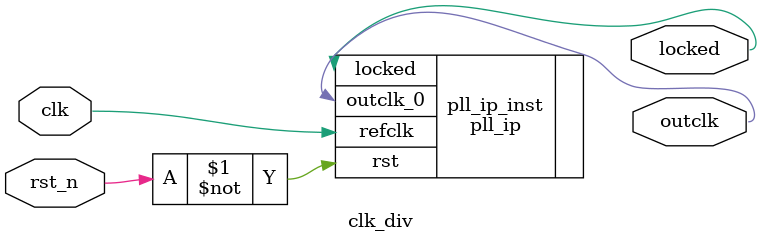
<source format=v>
module clk_div
(
	input  wire  clk,   //  refclk.clk
	input  wire  rst_n,      //   reset.reset
	output wire  outclk, // outclk0.clk
	output wire  locked   
);
	pll_ip pll_ip_inst(
		.refclk(clk)		,   
		.rst(~rst_n)		,      
		.outclk_0(outclk)	, 
		.locked(locked)    	
	);


endmodule
</source>
